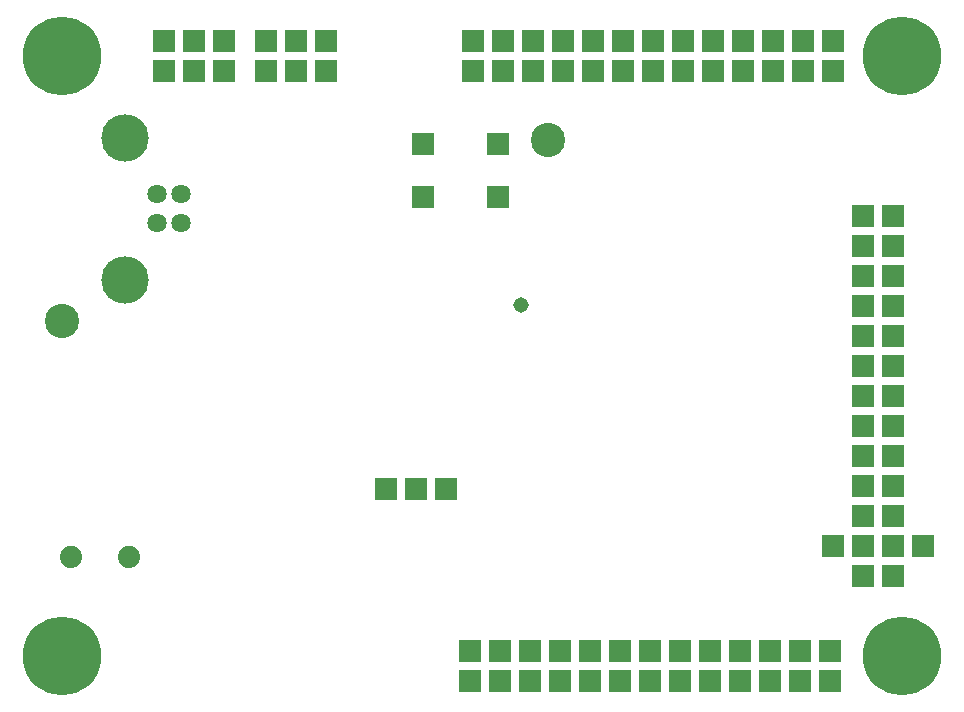
<source format=gbr>
G75*
G70*
%OFA0B0*%
%FSLAX24Y24*%
%IPPOS*%
%LPD*%
%AMOC8*
5,1,8,0,0,1.08239X$1,22.5*
%
%ADD10C,0.0642*%
%ADD11C,0.1580*%
%ADD12C,0.1143*%
%ADD13R,0.0730X0.0730*%
%ADD14C,0.0740*%
%ADD15R,0.0740X0.0740*%
%ADD16C,0.2620*%
%ADD17C,0.0516*%
D10*
X005713Y017058D03*
X006500Y017058D03*
X006500Y018042D03*
X005713Y018042D03*
D11*
X004650Y019912D03*
X004650Y015188D03*
D12*
X002550Y013800D03*
X018750Y019850D03*
D13*
X018250Y022150D03*
X019250Y022150D03*
X019250Y023150D03*
X018250Y023150D03*
X017250Y023150D03*
X016250Y023150D03*
X016250Y022150D03*
X017250Y022150D03*
X020250Y022150D03*
X021250Y022150D03*
X022250Y022150D03*
X022250Y023150D03*
X021250Y023150D03*
X020250Y023150D03*
X023250Y023150D03*
X024250Y023150D03*
X025250Y023150D03*
X025250Y022150D03*
X024250Y022150D03*
X023250Y022150D03*
X026250Y022150D03*
X027250Y022150D03*
X027250Y023150D03*
X026250Y023150D03*
X028250Y023150D03*
X028250Y022150D03*
X029225Y017300D03*
X030225Y017300D03*
X030225Y016300D03*
X029225Y016300D03*
X029225Y015300D03*
X030225Y015300D03*
X030225Y014300D03*
X029225Y014300D03*
X029225Y013300D03*
X030225Y013300D03*
X030225Y012300D03*
X029225Y012300D03*
X029225Y011300D03*
X030225Y011300D03*
X030225Y010300D03*
X029225Y010300D03*
X029225Y009300D03*
X030225Y009300D03*
X030225Y008300D03*
X029225Y008300D03*
X029227Y007300D03*
X030227Y007300D03*
X030227Y006300D03*
X029227Y006300D03*
X028227Y006300D03*
X029227Y005300D03*
X030227Y005300D03*
X031227Y006300D03*
X028150Y002800D03*
X027150Y002800D03*
X026150Y002800D03*
X026150Y001800D03*
X027150Y001800D03*
X028150Y001800D03*
X025150Y001800D03*
X024150Y001800D03*
X024150Y002800D03*
X025150Y002800D03*
X023150Y002800D03*
X022150Y002800D03*
X021150Y002800D03*
X021150Y001800D03*
X022150Y001800D03*
X023150Y001800D03*
X020150Y001800D03*
X019150Y001800D03*
X018150Y001800D03*
X018150Y002800D03*
X019150Y002800D03*
X020150Y002800D03*
X017150Y002800D03*
X016150Y002800D03*
X016150Y001800D03*
X017150Y001800D03*
X015350Y008200D03*
X014350Y008200D03*
X013350Y008200D03*
X011350Y022150D03*
X010350Y022150D03*
X009350Y022150D03*
X009350Y023150D03*
X010350Y023150D03*
X011350Y023150D03*
X007950Y023150D03*
X006950Y023150D03*
X005950Y023150D03*
X005950Y022150D03*
X006950Y022150D03*
X007950Y022150D03*
D14*
X004761Y005950D03*
X002839Y005950D03*
D15*
X014585Y017939D03*
X014585Y019711D03*
X017065Y019711D03*
X017065Y017939D03*
D16*
X002550Y002650D03*
X002550Y022650D03*
X030550Y022650D03*
X030550Y002650D03*
D17*
X017850Y014350D03*
M02*

</source>
